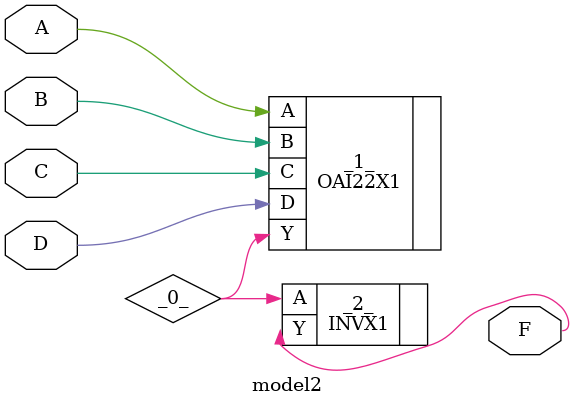
<source format=v>
/* Generated by Yosys 0.7 (git sha1 61f6811, gcc 4.8.4-2ubuntu1~14.04.3 -O2 -fstack-protector -fPIC -Os) */

(* top =  1  *)
(* src = "module2.v:1" *)
module model2(A, B, C, D, F);
  wire _0_;
  (* src = "module2.v:2" *)
  input A;
  (* src = "module2.v:2" *)
  input B;
  (* src = "module2.v:2" *)
  input C;
  (* src = "module2.v:2" *)
  input D;
  (* src = "module2.v:3" *)
  output F;
  OAI22X1 _1_ (
    .A(A),
    .B(B),
    .C(C),
    .D(D),
    .Y(_0_)
  );
  INVX1 _2_ (
    .A(_0_),
    .Y(F)
  );
endmodule

</source>
